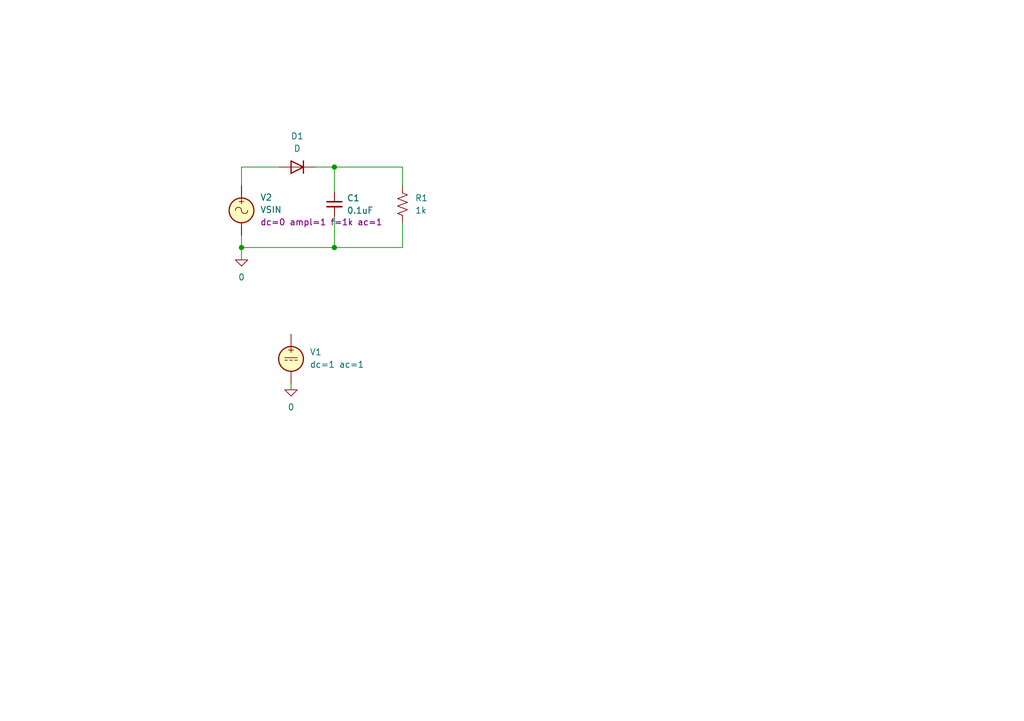
<source format=kicad_sch>
(kicad_sch (version 20250114) (generator "eeschema") (generator_version "9.0")
  (paper "A5")
  (lib_symbols
    (symbol "Device:C_Small" (pin_numbers (hide yes)) (pin_names (offset 0.254) (hide yes))
      (property "Reference" "C" (at 0.254 1.778 0))
      (property "Value" "C_Small" (at 0.254 -2.032 0))
      (symbol "C_Small_0_1"
        (polyline (pts (xy -1.524 0.508) (xy 1.524 0.508)) (stroke (width 0.3048)))
        (polyline (pts (xy -1.524 -0.508) (xy 1.524 -0.508)) (stroke (width 0.3302)))
      )
      (symbol "C_Small_1_1"
        (pin passive line (at 0 2.54 270) (length 2.032) (name "~") (number "1"))
        (pin passive line (at 0 -2.54 90) (length 2.032) (name "~") (number "2"))
      )
    )
    (symbol "Device:R_US" (pin_numbers (hide yes)) (pin_names (offset 0))
      (property "Reference" "R" (at 2.54 0 90))
      (property "Value" "R_US" (at -2.54 0 90))
      (symbol "R_US_0_1"
        (polyline (pts (xy 0 2.286) (xy 0 2.54)))
        (polyline (pts (xy 0 2.286) (xy 1.016 1.905) (xy 0 1.524) (xy -1.016 1.143) (xy 0 0.762)))
        (polyline (pts (xy 0 0.762) (xy 1.016 0.381) (xy 0 0) (xy -1.016 -0.381) (xy 0 -0.762)))
        (polyline (pts (xy 0 -0.762) (xy 1.016 -1.143) (xy 0 -1.524) (xy -1.016 -1.905) (xy 0 -2.286)))
        (polyline (pts (xy 0 -2.286) (xy 0 -2.54)))
      )
      (symbol "R_US_1_1"
        (pin passive line (at 0 3.81 270) (length 1.27) (name "~") (number "1"))
        (pin passive line (at 0 -3.81 90) (length 1.27) (name "~") (number "2"))
      )
    )
    (symbol "Simulation_SPICE:0" (power) (pin_numbers (hide yes)) (pin_names (offset 0) (hide yes))
      (property "Value" "0" (at 0 -2.54 0))
      (symbol "0_0_1"
        (polyline (pts (xy -1.27 0) (xy 0 -1.27) (xy 1.27 0) (xy -1.27 0)))
      )
      (symbol "0_1_1"
        (pin power_in line (at 0 0 0) (length 0) (name "~") (number "1"))
      )
    )
    (symbol "Simulation_SPICE:D" (pin_numbers (hide yes)) (pin_names (offset 1.016) (hide yes))
      (property "Reference" "D" (at 0 2.54 0))
      (property "Value" "D" (at 0 -2.54 0))
      (symbol "D_0_1"
        (polyline (pts (xy -1.27 1.27) (xy -1.27 -1.27)) (stroke (width 0.254)))
        (polyline (pts (xy 1.27 1.27) (xy 1.27 -1.27) (xy -1.27 0) (xy 1.27 1.27)) (stroke (width 0.254)))
        (polyline (pts (xy 1.27 0) (xy -1.27 0)))
      )
      (symbol "D_1_1"
        (pin passive line (at -3.81 0 0) (length 2.54) (name "K") (number "1"))
        (pin passive line (at 3.81 0 180) (length 2.54) (name "A") (number "2"))
      )
    )
    (symbol "Simulation_SPICE:VDC" (pin_numbers (hide yes)) (pin_names (offset 0.0254))
      (property "Reference" "V" (at 2.54 2.54 0))
      (property "Value" "1" (at 2.54 0 0))
      (symbol "VDC_0_0"
        (polyline (pts (xy -1.27 0.254) (xy 1.27 0.254)))
        (polyline (pts (xy -0.762 -0.254) (xy -1.27 -0.254)))
        (polyline (pts (xy 0.254 -0.254) (xy -0.254 -0.254)))
        (polyline (pts (xy 1.27 -0.254) (xy 0.762 -0.254)))
        (text "+" (at 0 1.905 0) (effects (font (size 1.27 1.27))))
      )
      (symbol "VDC_0_1"
        (circle (center 0 0) (radius 2.54) (stroke (width 0.254)) (fill (type background)))
      )
      (symbol "VDC_1_1"
        (pin passive line (at 0 5.08 270) (length 2.54) (name "~") (number "1"))
        (pin passive line (at 0 -5.08 90) (length 2.54) (name "~") (number "2"))
      )
    )
    (symbol "Simulation_SPICE:VSIN" (pin_numbers (hide yes)) (pin_names (offset 0.0254))
      (property "Reference" "V" (at 2.54 2.54 0))
      (property "Value" "VSIN" (at 2.54 0 0))
      (property "Sim.Params" "dc=0 ampl=1 f=1k ac=1" (at 2.54 -2.54 0))
      (symbol "VSIN_0_0"
        (arc (start -1.27 0) (mid -0.635 0.6323) (end 0 0))
        (arc (start 1.27 0) (mid 0.635 -0.6323) (end 0 0))
        (text "+" (at 0 1.905 0) (effects (font (size 1.27 1.27))))
      )
      (symbol "VSIN_0_1"
        (circle (center 0 0) (radius 2.54) (stroke (width 0.254)) (fill (type background)))
      )
      (symbol "VSIN_1_1"
        (pin passive line (at 0 5.08 270) (length 2.54) (name "~") (number "1"))
        (pin passive line (at 0 -5.08 90) (length 2.54) (name "~") (number "2"))
      )
    )
  )
  (junction (at 68.58 50.8))
  (junction (at 68.58 34.29))
  (junction (at 49.53 50.8))
  (wire (pts (xy 82.55 38.1) (xy 82.55 34.29)))
  (wire (pts (xy 68.58 44.45) (xy 68.58 50.8)))
  (wire (pts (xy 68.58 39.37) (xy 68.58 34.29)))
  (wire (pts (xy 82.55 50.8) (xy 82.55 45.72)))
  (wire (pts (xy 68.58 50.8) (xy 82.55 50.8)))
  (wire (pts (xy 49.53 50.8) (xy 49.53 53.34)))
  (wire (pts (xy 59.69 78.74) (xy 59.69 80.01)))
  (wire (pts (xy 82.55 34.29) (xy 68.58 34.29)))
  (wire (pts (xy 68.58 34.29) (xy 64.77 34.29)))
  (wire (pts (xy 57.15 34.29) (xy 49.53 34.29)))
  (wire (pts (xy 49.53 34.29) (xy 49.53 38.1)))
  (wire (pts (xy 49.53 48.26) (xy 49.53 50.8)))
  (wire (pts (xy 49.53 50.8) (xy 68.58 50.8)))
  (symbol (lib_id "Simulation_SPICE:0") (at 49.53 53.34 0) (unit 1)
    (property "Reference" "#GND01" (effects (hide yes)))
    (property "Value" "0" (at 49.53 56.896 0))
    (property "Datasheet" "https://ngspice.sourceforge.io/docs/ngspice-html-manual/manual.xhtml#subsec_Circuit_elements__device" (effects (hide yes)))
    (property "Description" "0V reference potential for simulation" (effects (hide yes)))
  )
  (symbol (lib_id "Simulation_SPICE:VDC") (at 59.69 73.66 0) (unit 1)
    (property "Reference" "V1" (at 63.5 72.2601 0) (effects (justify left)))
    (property "Value" "dc=1 ac=1" (at 63.5 74.8001 0) (effects (justify left)))
    (property "Datasheet" "https://ngspice.sourceforge.io/docs/ngspice-html-manual/manual.xhtml#sec_Independent_Sources_for" (effects (hide yes)))
    (property "Description" "Voltage source, DC" (effects (hide yes)))
    (property "Sim.Pins" "1=+ 2=-" (effects (hide yes)))
    (property "Sim.Type" "DC" (effects (hide yes)))
    (property "Sim.Device" "V" (effects (hide yes)))
  )
  (symbol (lib_id "Device:C_Small") (at 68.58 41.91 0) (unit 1)
    (property "Reference" "C1" (at 71.12 40.6462 0) (effects (justify left)))
    (property "Value" "0.1uF" (at 71.12 43.1862 0) (effects (justify left)))
    (property "Description" "Unpolarized capacitor, small symbol" (effects (hide yes)))
  )
  (symbol (lib_id "Simulation_SPICE:0") (at 59.69 80.01 0) (unit 1)
    (property "Reference" "#GND02" (effects (hide yes)))
    (property "Value" "0" (at 59.69 83.566 0))
    (property "Datasheet" "https://ngspice.sourceforge.io/docs/ngspice-html-manual/manual.xhtml#subsec_Circuit_elements__device" (effects (hide yes)))
    (property "Description" "0V reference potential for simulation" (effects (hide yes)))
  )
  (symbol (lib_id "Simulation_SPICE:D") (at 60.96 34.29 180) (unit 1)
    (property "Reference" "D1" (at 60.96 27.94 0))
    (property "Value" "D" (at 60.96 30.48 0))
    (property "Datasheet" "https://ngspice.sourceforge.io/docs/ngspice-html-manual/manual.xhtml#cha_DIODEs" (effects (hide yes)))
    (property "Description" "Diode for simulation or PCB" (effects (hide yes)))
    (property "Sim.Device" "D" (effects (hide yes)))
    (property "Sim.Pins" "1=K 2=A" (effects (hide yes)))
    (property "Sim.Params" "rs=50m cjo=10p" (effects (hide yes)))
  )
  (symbol (lib_id "Simulation_SPICE:VSIN") (at 49.53 43.18 0) (unit 1)
    (property "Reference" "V2" (at 53.34 40.5101 0) (effects (justify left)))
    (property "Value" "VSIN" (at 53.34 43.0501 0) (effects (justify left)))
    (property "Datasheet" "https://ngspice.sourceforge.io/docs/ngspice-html-manual/manual.xhtml#sec_Independent_Sources_for" (effects (hide yes)))
    (property "Description" "Voltage source, sinusoidal" (effects (hide yes)))
    (property "Sim.Pins" "1=+ 2=-" (effects (hide yes)))
    (property "Sim.Params" "dc=0 ampl=1 f=1k ac=1" (at 53.34 45.5901 0) (effects (justify left)))
    (property "Sim.Type" "SIN" (effects (hide yes)))
    (property "Sim.Device" "V" (effects (hide yes)))
  )
  (symbol (lib_id "Device:R_US") (at 82.55 41.91 0) (unit 1)
    (property "Reference" "R1" (at 85.09 40.6399 0) (effects (justify left)))
    (property "Value" "1k" (at 85.09 43.1799 0) (effects (justify left)))
    (property "Description" "Resistor, US symbol" (effects (hide yes)))
  )
)
</source>
